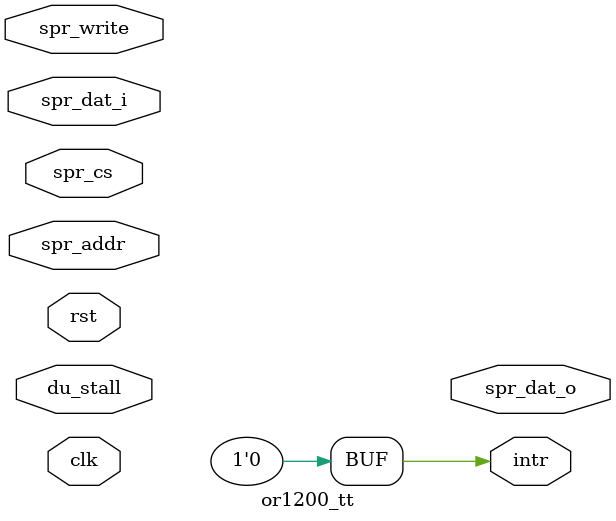
<source format=v>

`include "timescale.v"
// synopsys translate_on
`include "or1200_defines.v"

module or1200_tt(
	// RISC Internal Interface
	clk, rst, du_stall,
	spr_cs, spr_write, spr_addr, spr_dat_i, spr_dat_o,
	intr
);

//
// RISC Internal Interface
//
input		clk;		// Clock
input		rst;		// Reset
input		du_stall;	// DU stall
input		spr_cs;		// SPR CS
input		spr_write;	// SPR Write
input	[31:0]	spr_addr;	// SPR Address
input	[31:0]	spr_dat_i;	// SPR Write Data
output	[31:0]	spr_dat_o;	// SPR Read Data
output		intr;		// Interrupt output

`ifdef OR1200_TT_IMPLEMENTED

//
// TT Mode Register bits (or no register)
//
`ifdef OR1200_TT_TTMR
reg	[31:0]	ttmr;	// TTMR bits
`else
wire	[31:0]	ttmr;	// No TTMR register
`endif

//
// TT Count Register bits (or no register)
//
`ifdef OR1200_TT_TTCR
reg	[31:0]	ttcr;	// TTCR bits
`else
wire	[31:0]	ttcr;	// No TTCR register
`endif

//
// Internal wires & regs
//
wire		ttmr_sel;	// TTMR select
wire		ttcr_sel;	// TTCR select
wire		match;		// Asserted when TTMR[TP]
				// is equal to TTCR[27:0]
wire		restart;	// Restart counter when asserted
wire		stop;		// Stop counter when asserted
reg	[31:0] 	spr_dat_o;	// SPR data out

//
// TT registers address decoder
//
assign ttmr_sel = (spr_cs && (spr_addr[`OR1200_TTOFS_BITS] == `OR1200_TT_OFS_TTMR)) ? 1'b1 : 1'b0;
assign ttcr_sel = (spr_cs && (spr_addr[`OR1200_TTOFS_BITS] == `OR1200_TT_OFS_TTCR)) ? 1'b1 : 1'b0;

//
// Write to TTMR or update of TTMR[IP] bit
//
`ifdef OR1200_TT_TTMR
always @(posedge clk or posedge rst)
	if (rst)
		ttmr <= 32'b0;
	else if (ttmr_sel && spr_write)
		ttmr <= #1 spr_dat_i;
	else if (ttmr[`OR1200_TT_TTMR_IE])
		ttmr[`OR1200_TT_TTMR_IP] <= #1 ttmr[`OR1200_TT_TTMR_IP] | (match & ttmr[`OR1200_TT_TTMR_IE]);
`else
assign ttmr = {2'b11, 30'b0};	// TTMR[M] = 0x3
`endif

//
// Write to or increment of TTCR
//
`ifdef OR1200_TT_TTCR
always @(posedge clk or posedge rst)
	if (rst)
		ttcr <= 32'b0;
	else if (restart)
		ttcr <= #1 32'b0;
	else if (ttcr_sel && spr_write)
		ttcr <= #1 spr_dat_i;
	else if (!stop)
		ttcr <= #1 ttcr + 32'd1;
`else
assign ttcr = 32'b0;
`endif

//
// Read TT registers
//
always @(spr_addr or ttmr or ttcr)
	case (spr_addr[`OR1200_TTOFS_BITS])	// synopsys parallel_case
`ifdef OR1200_TT_READREGS
		`OR1200_TT_OFS_TTMR: spr_dat_o = ttmr;
`endif
		default: spr_dat_o = ttcr;
	endcase

//
// A match when TTMR[TP] is equal to TTCR[27:0]
//
assign match = (ttmr[`OR1200_TT_TTMR_TP] == ttcr[27:0]) ? 1'b1 : 1'b0;

//
// Restart when match and TTMR[M]==0x1
//
assign restart = match && (ttmr[`OR1200_TT_TTMR_M] == 2'b01);

//
// Stop when match and TTMR[M]==0x2 or when TTMR[M]==0x0 or when RISC is stalled by debug unit
//
assign stop = match & (ttmr[`OR1200_TT_TTMR_M] == 2'b10) | (ttmr[`OR1200_TT_TTMR_M] == 2'b00) | du_stall;

//
// Generate an interrupt request
//
assign intr = ttmr[`OR1200_TT_TTMR_IP];

`else

//
// When TT is not implemented, drive all outputs as would when TT is disabled
//
assign intr = 1'b0;

//
// Read TT registers
//
`ifdef OR1200_TT_READREGS
assign spr_dat_o = 32'b0;
`endif

`endif

endmodule

</source>
